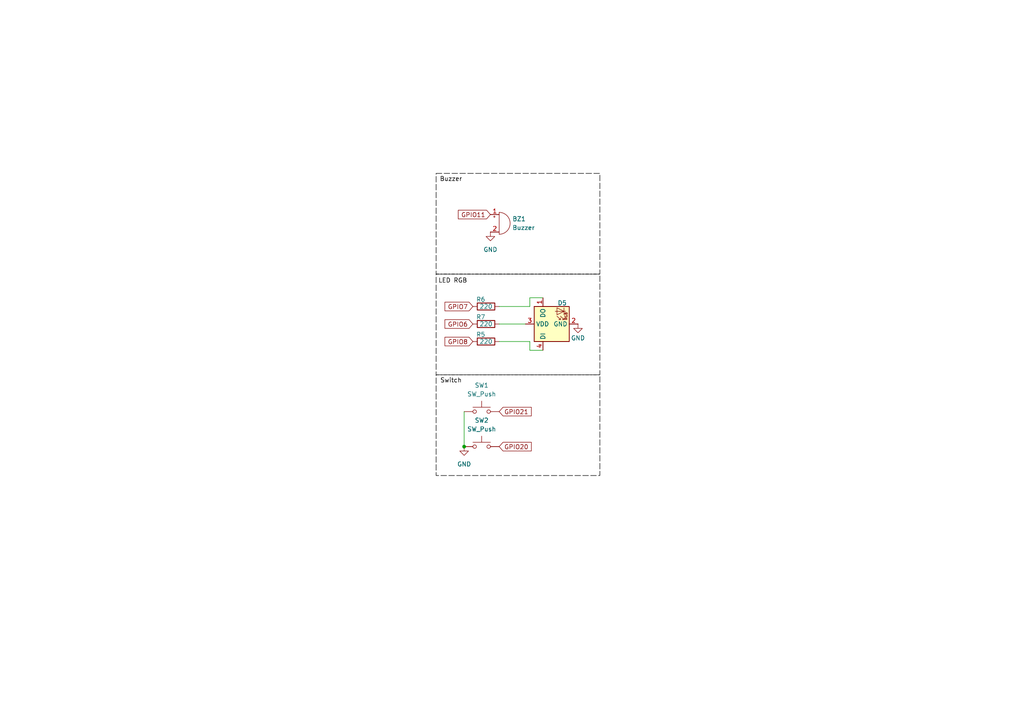
<source format=kicad_sch>
(kicad_sch (version 20250114) (generator "eeschema") (generator_version "9.0")
  (paper "A4")
  (title_block (title "Raspberry Pi Pico Logger - Peripherals") (date "2025-06-21") (rev "2.0") (company "Creator: Piotr Kłyś"))
  (lib_symbols
    (symbol "Device:Buzzer" (pin_names (offset 0.0254) (hide yes))
      (property "Reference" "BZ" (at 3.81 1.27 0))
      (property "Value" "Buzzer" (at 3.81 -1.27 0))
      (symbol "Buzzer_0_1"
        (polyline (pts (xy -1.651 1.905) (xy -1.143 1.905)))
        (polyline (pts (xy -1.397 2.159) (xy -1.397 1.651)))
        (arc (start 0 3.175) (mid 3.1612 0) (end 0 -3.175))
        (polyline (pts (xy 0 3.175) (xy 0 -3.175)))
      )
      (symbol "Buzzer_1_1"
        (pin passive line (at -2.54 2.54 0) (length 2.54) (name "+") (number "1"))
        (pin passive line (at -2.54 -2.54 0) (length 2.54) (name "-") (number "2"))
      )
    )
    (symbol "Device:R" (pin_numbers (hide yes)) (pin_names (offset 0))
      (property "Reference" "R" (at 2.032 0 90))
      (property "Value" "R" (at 0 0 90))
      (symbol "R_0_1"
        (rectangle (start -1.016 -2.54) (end 1.016 2.54) (stroke (width 0.254)))
      )
      (symbol "R_1_1"
        (pin passive line (at 0 3.81 270) (length 1.27) (name "~") (number "1"))
        (pin passive line (at 0 -3.81 90) (length 1.27) (name "~") (number "2"))
      )
    )
    (symbol "LED:APA-106-F5"
      (property "Reference" "D" (at 5.08 5.715 0))
      (property "Value" "APA-106-F5" (at 1.27 -5.715 0))
      (symbol "APA-106-F5_0_0"
        (text "RGB" (at 2.286 -4.191 0) (effects (font (size 0.762 0.762))))
      )
      (symbol "APA-106-F5_0_1"
        (polyline (pts (xy 1.27 -2.54) (xy 1.778 -2.54)))
        (polyline (pts (xy 1.27 -3.556) (xy 1.778 -3.556)))
        (polyline (pts (xy 2.286 -1.524) (xy 1.27 -2.54) (xy 1.27 -2.032)))
        (polyline (pts (xy 2.286 -2.54) (xy 1.27 -3.556) (xy 1.27 -3.048)))
        (polyline (pts (xy 3.683 -1.016) (xy 3.683 -3.556) (xy 3.683 -4.064)))
        (polyline (pts (xy 4.699 -1.524) (xy 2.667 -1.524) (xy 3.683 -3.556) (xy 4.699 -1.524)))
        (polyline (pts (xy 4.699 -3.556) (xy 2.667 -3.556)))
        (rectangle (start 5.08 5.08) (end -5.08 -5.08) (stroke (width 0.254)) (fill (type background)))
      )
      (symbol "APA-106-F5_1_1"
        (pin input line (at -7.62 2.54 0) (length 2.54) (name "DI") (number "4"))
        (pin power_in line (at 0 7.62 270) (length 2.54) (name "VDD") (number "3"))
        (pin power_in line (at 0 -7.62 90) (length 2.54) (name "GND") (number "2"))
        (pin output line (at 7.62 2.54 180) (length 2.54) (name "DO") (number "1"))
      )
    )
    (symbol "Switch:SW_Push" (pin_numbers (hide yes)) (pin_names (offset 1.016) (hide yes))
      (property "Reference" "SW" (at 1.27 2.54 0))
      (property "Value" "SW_Push" (at 0 -1.524 0))
      (symbol "SW_Push_0_1"
        (circle (center -2.032 0) (radius 0.508))
        (polyline (pts (xy 0 1.27) (xy 0 3.048)))
        (circle (center 2.032 0) (radius 0.508))
        (polyline (pts (xy 2.54 1.27) (xy -2.54 1.27)))
        (pin passive line (at -5.08 0 0) (length 2.54) (name "1") (number "1"))
        (pin passive line (at 5.08 0 180) (length 2.54) (name "2") (number "2"))
      )
    )
    (symbol "power:GND" (power) (pin_numbers (hide yes)) (pin_names (offset 0) (hide yes))
      (property "Value" "GND" (at 0 -3.81 0))
      (symbol "GND_0_1"
        (polyline (pts (xy 0 0) (xy 0 -1.27) (xy 1.27 -1.27) (xy 0 -2.54) (xy -1.27 -1.27) (xy 0 -1.27)))
      )
      (symbol "GND_1_1"
        (pin power_in line (at 0 0 270) (length 0) (name "~") (number "1"))
      )
    )
  )
  (rectangle (start 126.492 108.712) (end 173.99 137.922) (stroke (width 0) (type dash) (color 0 0 0 1)))
  (rectangle (start 126.492 50.292) (end 173.99 79.502) (stroke (width 0) (type dash) (color 0 0 0 1)))
  (rectangle (start 126.492 79.502) (end 173.99 108.712) (stroke (width 0) (type dash) (color 0 0 0 1)))
  (text "LED RGB" (at 131.318 81.534 0) (effects (font (size 1.27 1.27))))
  (text "Buzzer" (at 130.81 52.07 0) (effects (font (size 1.27 1.27))))
  (text "Switch" (at 130.81 110.49 0) (effects (font (size 1.27 1.27))))
  (junction (at 134.62 129.54))
  (wire (pts (xy 144.78 88.9) (xy 153.67 88.9)))
  (wire (pts (xy 153.67 99.06) (xy 153.67 101.6)))
  (wire (pts (xy 153.67 101.6) (xy 157.48 101.6)))
  (wire (pts (xy 134.62 119.38) (xy 134.62 129.54)))
  (wire (pts (xy 153.67 88.9) (xy 153.67 86.36)))
  (wire (pts (xy 144.78 99.06) (xy 153.67 99.06)))
  (wire (pts (xy 144.78 93.98) (xy 152.4 93.98)))
  (wire (pts (xy 153.67 86.36) (xy 157.48 86.36)))
  (global_label "GPIO20" (shape input) (at 144.78 129.54 0) (property "Intersheetrefs" "${INTERSHEET_REFS}" (effects (hide yes))))
  (global_label "GPIO6" (shape input) (at 137.16 93.98 180) (property "Intersheetrefs" "${INTERSHEET_REFS}" (effects (hide yes))))
  (global_label "GPIO8" (shape input) (at 137.16 99.06 180) (property "Intersheetrefs" "${INTERSHEET_REFS}" (effects (hide yes))))
  (global_label "GPIO11" (shape input) (at 142.24 62.23 180) (property "Intersheetrefs" "${INTERSHEET_REFS}" (effects (hide yes))))
  (global_label "GPIO7" (shape input) (at 137.16 88.9 180) (property "Intersheetrefs" "${INTERSHEET_REFS}" (effects (hide yes))))
  (global_label "GPIO21" (shape input) (at 144.78 119.38 0) (property "Intersheetrefs" "${INTERSHEET_REFS}" (effects (hide yes))))
  (symbol (lib_id "Device:Buzzer") (at 144.78 64.77 0) (unit 1)
    (property "Reference" "BZ1" (at 148.59 63.4999 0) (effects (justify left)))
    (property "Value" "Buzzer" (at 148.59 66.0399 0) (effects (justify left)))
    (property "Footprint" "Buzzer_Beeper:Buzzer_12x9.5RM7.6" (effects (hide yes)))
    (property "Description" "Buzzer, polarized" (effects (hide yes)))
  )
  (symbol (lib_id "power:GND") (at 134.62 129.54 0) (unit 1)
    (property "Reference" "#PWR021" (effects (hide yes)))
    (property "Value" "GND" (at 134.62 134.62 0))
    (property "Description" "Power symbol creates a global label with name \"GND\" , ground" (effects (hide yes)))
  )
  (symbol (lib_id "Device:R") (at 140.97 88.9 270) (unit 1)
    (property "Reference" "R6" (at 139.446 86.868 90))
    (property "Value" "220" (at 140.97 88.9 90))
    (property "Footprint" "Resistor_SMD:R_0805_2012Metric" (effects (hide yes)))
    (property "Description" "Resistor" (effects (hide yes)))
  )
  (symbol (lib_id "Device:R") (at 140.97 93.98 270) (unit 1)
    (property "Reference" "R7" (at 139.446 91.948 90))
    (property "Value" "220" (at 140.97 93.98 90))
    (property "Footprint" "Resistor_SMD:R_0805_2012Metric" (effects (hide yes)))
    (property "Description" "Resistor" (effects (hide yes)))
  )
  (symbol (lib_id "LED:APA-106-F5") (at 160.02 93.98 90) (unit 1)
    (property "Reference" "D5" (at 163.068 87.884 90))
    (property "Value" "APA-106-F5" (effects (hide yes)))
    (property "Footprint" "LED_SMD:LED_Avago_PLCC4_3.2x2.8mm_CW" (effects (hide yes)))
    (property "Datasheet" "https://cdn.sparkfun.com/datasheets/Components/LED/COM-12877.pdf" (effects (hide yes)))
    (property "Description" "RGB LED with integrated controller, 5mm Package" (effects (hide yes)))
  )
  (symbol (lib_id "Switch:SW_Push") (at 139.7 129.54 0) (unit 1)
    (property "Reference" "SW2" (at 139.7 121.92 0))
    (property "Value" "SW_Push" (at 139.7 124.46 0))
    (property "Footprint" "Button_Switch_THT:SW_PUSH_6mm" (effects (hide yes)))
    (property "Description" "Push button switch, generic, two pins" (effects (hide yes)))
  )
  (symbol (lib_id "power:GND") (at 142.24 67.31 0) (unit 1)
    (property "Reference" "#PWR04" (effects (hide yes)))
    (property "Value" "GND" (at 142.24 72.39 0))
    (property "Description" "Power symbol creates a global label with name \"GND\" , ground" (effects (hide yes)))
  )
  (symbol (lib_id "Device:R") (at 140.97 99.06 270) (unit 1)
    (property "Reference" "R5" (at 139.446 97.028 90))
    (property "Value" "220" (at 140.97 99.06 90))
    (property "Footprint" "Resistor_SMD:R_0805_2012Metric" (effects (hide yes)))
    (property "Description" "Resistor" (effects (hide yes)))
  )
  (symbol (lib_id "power:GND") (at 167.64 93.98 0) (unit 1)
    (property "Reference" "#PWR03" (effects (hide yes)))
    (property "Value" "GND" (at 167.64 98.044 0))
    (property "Description" "Power symbol creates a global label with name \"GND\" , ground" (effects (hide yes)))
  )
  (symbol (lib_id "Switch:SW_Push") (at 139.7 119.38 0) (unit 1)
    (property "Reference" "SW1" (at 139.7 111.76 0))
    (property "Value" "SW_Push" (at 139.7 114.3 0))
    (property "Footprint" "Button_Switch_THT:SW_PUSH_6mm" (effects (hide yes)))
    (property "Description" "Push button switch, generic, two pins" (effects (hide yes)))
  )
)
</source>
